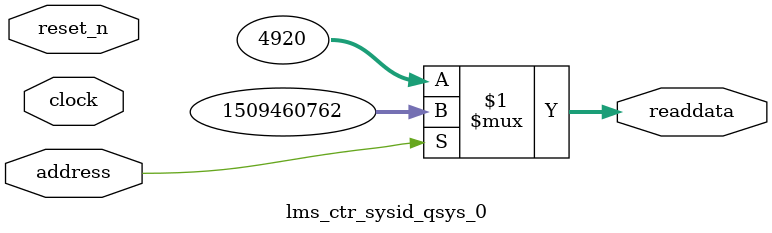
<source format=v>



// synthesis translate_off
`timescale 1ns / 1ps
// synthesis translate_on

// turn off superfluous verilog processor warnings 
// altera message_level Level1 
// altera message_off 10034 10035 10036 10037 10230 10240 10030 

module lms_ctr_sysid_qsys_0 (
               // inputs:
                address,
                clock,
                reset_n,

               // outputs:
                readdata
             )
;

  output  [ 31: 0] readdata;
  input            address;
  input            clock;
  input            reset_n;

  wire    [ 31: 0] readdata;
  //control_slave, which is an e_avalon_slave
  assign readdata = address ? 1509460762 : 4920;

endmodule




</source>
